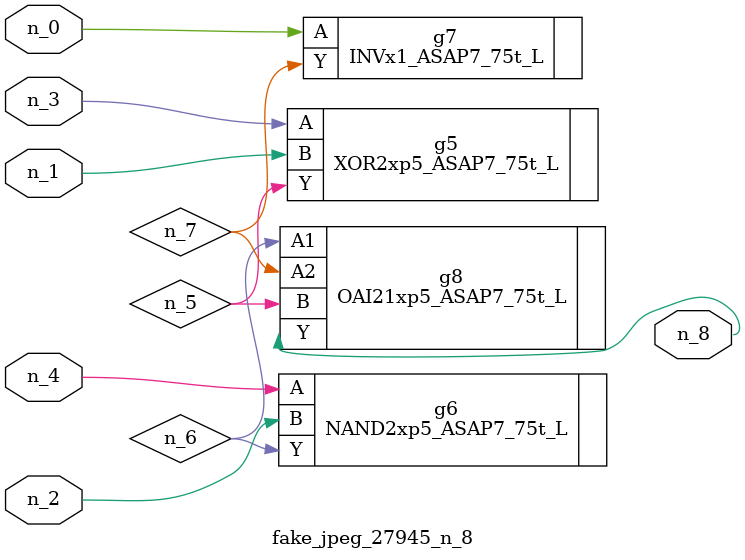
<source format=v>
module fake_jpeg_27945_n_8 (n_3, n_2, n_1, n_0, n_4, n_8);

input n_3;
input n_2;
input n_1;
input n_0;
input n_4;

output n_8;

wire n_6;
wire n_5;
wire n_7;

XOR2xp5_ASAP7_75t_L g5 ( 
.A(n_3),
.B(n_1),
.Y(n_5)
);

NAND2xp5_ASAP7_75t_L g6 ( 
.A(n_4),
.B(n_2),
.Y(n_6)
);

INVx1_ASAP7_75t_L g7 ( 
.A(n_0),
.Y(n_7)
);

OAI21xp5_ASAP7_75t_L g8 ( 
.A1(n_6),
.A2(n_7),
.B(n_5),
.Y(n_8)
);


endmodule
</source>
